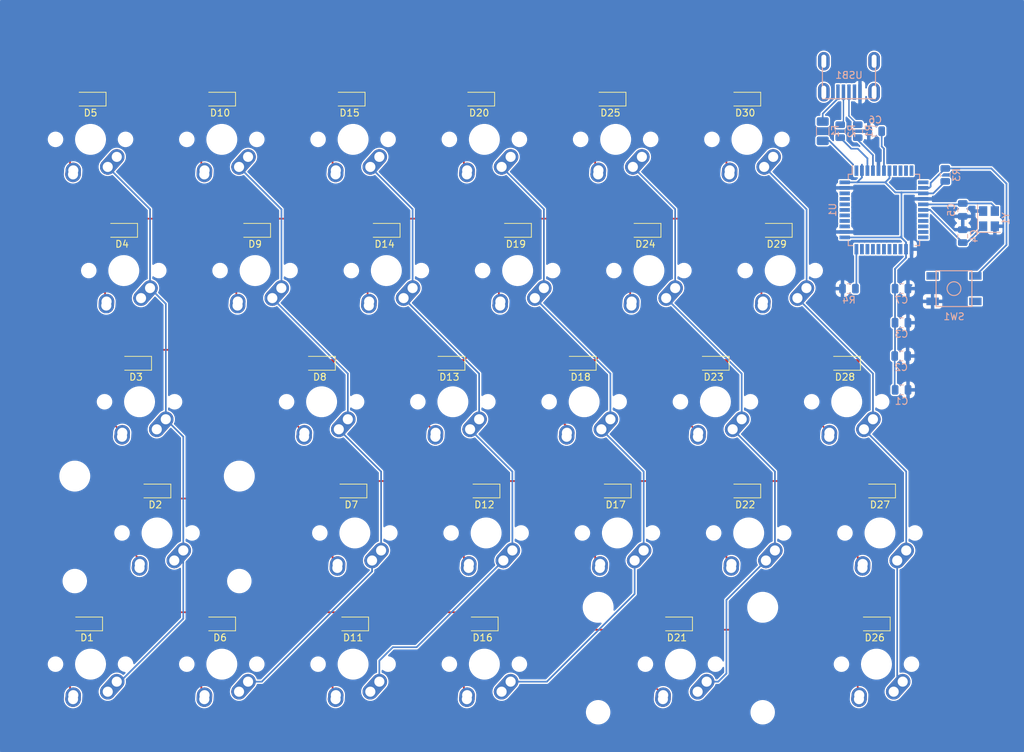
<source format=kicad_pcb>
(kicad_pcb (version 20211014) (generator pcbnew)
  (layers (0 "F.Cu" signal) (31 "B.Cu" signal) (34 "B.Paste" user) (35 "F.Paste" user) (36 "B.SilkS" user "B.Silkscreen") (37 "F.SilkS" user "F.Silkscreen") (38 "B.Mask" user) (39 "F.Mask" user) (44 "Edge.Cuts" user))
  (net 0 "")
  (net 1 "GND")
  (net 2 "+5V")
  (net 3 "Net-(C4-Pad1)")
  (net 4 "Net-(C5-Pad1)")
  (net 5 "Net-(C6-Pad1)")
  (net 6 "Net-(D1-Pad2)")
  (net 7 "ROW4")
  (net 8 "Net-(D2-Pad2)")
  (net 9 "ROW3")
  (net 10 "Net-(D3-Pad2)")
  (net 11 "ROW2")
  (net 12 "Net-(D4-Pad2)")
  (net 13 "ROW1")
  (net 14 "Net-(D5-Pad2)")
  (net 15 "ROW0")
  (net 16 "Net-(D6-Pad2)")
  (net 17 "Net-(D7-Pad2)")
  (net 18 "Net-(D8-Pad2)")
  (net 19 "Net-(D9-Pad2)")
  (net 20 "Net-(D10-Pad2)")
  (net 21 "Net-(D11-Pad2)")
  (net 22 "Net-(D12-Pad2)")
  (net 23 "Net-(D13-Pad2)")
  (net 24 "Net-(D14-Pad2)")
  (net 25 "Net-(D15-Pad2)")
  (net 26 "Net-(D16-Pad2)")
  (net 27 "Net-(D17-Pad2)")
  (net 28 "Net-(D18-Pad2)")
  (net 29 "Net-(D19-Pad2)")
  (net 30 "Net-(D20-Pad2)")
  (net 31 "Net-(D21-Pad2)")
  (net 32 "Net-(D22-Pad2)")
  (net 33 "Net-(D23-Pad2)")
  (net 34 "Net-(D24-Pad2)")
  (net 35 "Net-(D25-Pad2)")
  (net 36 "Net-(D26-Pad2)")
  (net 37 "Net-(D27-Pad2)")
  (net 38 "Net-(D28-Pad2)")
  (net 39 "Net-(D29-Pad2)")
  (net 40 "Net-(D30-Pad2)")
  (net 41 "VCC")
  (net 42 "COL0")
  (net 43 "COL1")
  (net 44 "COL2")
  (net 45 "COL3")
  (net 46 "COL4")
  (net 47 "COL5")
  (net 48 "D+")
  (net 49 "Net-(R1-Pad1)")
  (net 50 "D-")
  (net 51 "Net-(R2-Pad1)")
  (net 52 "Net-(R3-Pad2)")
  (net 53 "Net-(R4-Pad2)")
  (net 54 "Net-(U1-Pad42)")
  (net 55 "Net-(U1-Pad41)")
  (net 56 "Net-(U1-Pad40)")
  (net 57 "Net-(U1-Pad39)")
  (net 58 "Net-(U1-Pad38)")
  (net 59 "Net-(U1-Pad37)")
  (net 60 "Net-(U1-Pad36)")
  (net 61 "Net-(U1-Pad32)")
  (net 62 "Net-(U1-Pad31)")
  (net 63 "Net-(U1-Pad30)")
  (net 64 "Net-(U1-Pad27)")
  (net 65 "Net-(U1-Pad26)")
  (net 66 "Net-(U1-Pad22)")
  (net 67 "Net-(U1-Pad12)")
  (net 68 "Net-(U1-Pad1)")
  (net 69 "Net-(USB1-Pad6)")
  (net 70 "Net-(USB1-Pad2)")
  (net 71 "Net-(U1-Pad25)")
  (net 72 "Net-(U1-Pad29)")
  (net 73 "Net-(U1-Pad28)")
  (net 74 "Net-(U1-Pad11)")
  (net 75 "Net-(U1-Pad10)")
  (net 76 "Net-(U1-Pad9)")
  (net 77 "Net-(U1-Pad8)")
  (net 78 "Net-(U1-Pad21)")
  (net 79 "Net-(U1-Pad20)")
  (net 80 "Net-(U1-Pad19)")
  (net 81 "Net-(U1-Pad18)")
  (footprint "Diode_SMD:D_SOD-123" (layer "F.Cu") (at 30.408 170.606 180)
    (fp_text reference "D1")
    (fp_text value "D_Small")
  )
  (footprint "Diode_SMD:D_SOD-123" (layer "F.Cu") (at 40.314 151.302 180)
    (fp_text reference "D2")
    (fp_text value "D_Small")
  )
  (footprint "Diode_SMD:D_SOD-123" (layer "F.Cu") (at 37.52 132.76 180)
    (fp_text reference "D3")
    (fp_text value "D_Small")
  )
  (footprint "Diode_SMD:D_SOD-123" (layer "F.Cu") (at 35.488 113.456 180)
    (fp_text reference "D4")
    (fp_text value "D_Small")
  )
  (footprint "Diode_SMD:D_SOD-123" (layer "F.Cu") (at 30.916 94.406 180)
    (fp_text reference "D5")
    (fp_text value "D_Small")
  )
  (footprint "Diode_SMD:D_SOD-123" (layer "F.Cu") (at 49.712 170.606 180)
    (fp_text reference "D6")
    (fp_text value "D_Small")
  )
  (footprint "Diode_SMD:D_SOD-123" (layer "F.Cu") (at 68.762 151.302 180)
    (fp_text reference "D7")
    (fp_text value "D_Small")
  )
  (footprint "Diode_SMD:D_SOD-123" (layer "F.Cu") (at 64.19 132.76 180)
    (fp_text reference "D8")
    (fp_text value "D_Small")
  )
  (footprint "Diode_SMD:D_SOD-123" (layer "F.Cu") (at 54.792 113.456 180)
    (fp_text reference "D9")
    (fp_text value "D_Small")
  )
  (footprint "Diode_SMD:D_SOD-123" (layer "F.Cu") (at 49.712 94.406 180)
    (fp_text reference "D10")
    (fp_text value "D_Small")
  )
  (footprint "Diode_SMD:D_SOD-123" (layer "F.Cu") (at 69.016 170.606 180)
    (fp_text reference "D11")
    (fp_text value "D_Small")
  )
  (footprint "Diode_SMD:D_SOD-123" (layer "F.Cu") (at 82.986 132.76 180)
    (fp_text reference "D13")
    (fp_text value "D_Small")
  )
  (footprint "Diode_SMD:D_SOD-123" (layer "F.Cu") (at 73.588 113.456 180)
    (fp_text reference "D14")
    (fp_text value "D_Small")
  )
  (footprint "Diode_SMD:D_SOD-123" (layer "F.Cu") (at 68.508 94.406 180)
    (fp_text reference "D15")
    (fp_text value "D_Small")
  )
  (footprint "Diode_SMD:D_SOD-123" (layer "F.Cu") (at 87.812 170.606 180)
    (fp_text reference "D16")
    (fp_text value "D_Small")
  )
  (footprint "Diode_SMD:D_SOD-123" (layer "F.Cu") (at 107.116 151.302 180)
    (fp_text reference "D17")
    (fp_text value "D_Small")
  )
  (footprint "Diode_SMD:D_SOD-123" (layer "F.Cu") (at 102.036 132.76 180)
    (fp_text reference "D18")
    (fp_text value "D_Small")
  )
  (footprint "Diode_SMD:D_SOD-123" (layer "F.Cu") (at 92.638 113.456 180)
    (fp_text reference "D19")
    (fp_text value "D_Small")
  )
  (footprint "Diode_SMD:D_SOD-123" (layer "F.Cu") (at 87.304 94.406 180)
    (fp_text reference "D20")
    (fp_text value "D_Small")
  )
  (footprint "Diode_SMD:D_SOD-123" (layer "F.Cu") (at 116.006 170.606 180)
    (fp_text reference "D21")
    (fp_text value "D_Small")
  )
  (footprint "Diode_SMD:D_SOD-123" (layer "F.Cu") (at 121.34 132.76 180)
    (fp_text reference "D23")
    (fp_text value "D_Small")
  )
  (footprint "Diode_SMD:D_SOD-123" (layer "F.Cu") (at 111.434 113.456 180)
    (fp_text reference "D24")
    (fp_text value "D_Small")
  )
  (footprint "Diode_SMD:D_SOD-123" (layer "F.Cu") (at 106.354 94.406 180)
    (fp_text reference "D25")
    (fp_text value "D_Small")
  )
  (footprint "Diode_SMD:D_SOD-123" (layer "F.Cu") (at 144.708 170.606 180)
    (fp_text reference "D26")
    (fp_text value "D_Small")
  )
  (footprint "Diode_SMD:D_SOD-123" (layer "F.Cu") (at 145.47 151.302 180)
    (fp_text reference "D27")
    (fp_text value "D_Small")
  )
  (footprint "Diode_SMD:D_SOD-123" (layer "F.Cu") (at 140.39 132.76 180)
    (fp_text reference "D28")
    (fp_text value "D_Small")
  )
  (footprint "Diode_SMD:D_SOD-123" (layer "F.Cu") (at 130.484 113.456 180)
    (fp_text reference "D29")
    (fp_text value "D_Small")
  )
  (footprint "Diode_SMD:D_SOD-123" (layer "F.Cu") (at 125.912 94.406 180)
    (fp_text reference "D30")
    (fp_text value "D_Small")
  )
  (footprint "MX_Alps_Hybrid_Included:MX-1U-NoLED" (layer "F.Cu") (at 30.916 176.448 180)
    (fp_text reference "MX1")
    (fp_text value "MX-NoLED")
  )
  (footprint "MX_Alps_Hybrid_Included:MX-2U-NoLED" (layer "F.Cu") (at 40.568 157.398 180)
    (fp_text reference "MX2")
    (fp_text value "MX-NoLED")
  )
  (footprint "MX_Alps_Hybrid_Included:MX-1.75U-NoLED" (layer "F.Cu") (at 38.028 138.348 180)
    (fp_text reference "MX3")
    (fp_text value "MX-NoLED")
  )
  (footprint "MX_Alps_Hybrid_Included:MX-1.5U-NoLED" (layer "F.Cu") (at 35.742 119.298 180)
    (fp_text reference "MX4")
    (fp_text value "MX-NoLED")
  )
  (footprint "MX_Alps_Hybrid_Included:MX-1U-NoLED" (layer "F.Cu") (at 30.916 100.248 180)
    (fp_text reference "MX5")
    (fp_text value "MX-NoLED")
  )
  (footprint "MX_Alps_Hybrid_Included:MX-1U-NoLED" (layer "F.Cu") (at 49.966 176.448 180)
    (fp_text reference "MX6")
    (fp_text value "MX-NoLED")
  )
  (footprint "MX_Alps_Hybrid_Included:MX-1U-NoLED" (layer "F.Cu") (at 69.27 157.398 180)
    (fp_text reference "MX7")
    (fp_text value "MX-NoLED")
  )
  (footprint "MX_Alps_Hybrid_Included:MX-1U-NoLED" (layer "F.Cu") (at 64.444 138.348 180)
    (fp_text reference "MX8")
    (fp_text value "MX-NoLED")
  )
  (footprint "MX_Alps_Hybrid_Included:MX-1U-NoLED" (layer "F.Cu") (at 54.792 119.298 180)
    (fp_text reference "MX9")
    (fp_text value "MX-NoLED")
  )
  (footprint "MX_Alps_Hybrid_Included:MX-1U-NoLED" (layer "F.Cu") (at 49.966 100.248 180)
    (fp_text reference "MX10")
    (fp_text value "MX-NoLED")
  )
  (footprint "MX_Alps_Hybrid_Included:MX-1U-NoLED" (layer "F.Cu") (at 69.016 176.448 180)
    (fp_text reference "MX11")
    (fp_text value "MX-NoLED")
  )
  (footprint "MX_Alps_Hybrid_Included:MX-1U-NoLED" (layer "F.Cu") (at 88.32 157.398 180)
    (fp_text reference "MX12")
    (fp_text value "MX-NoLED")
  )
  (footprint "MX_Alps_Hybrid_Included:MX-1U-NoLED" (layer "F.Cu") (at 83.494 138.348 180)
    (fp_text reference "MX13")
    (fp_text value "MX-NoLED")
  )
  (footprint "MX_Alps_Hybrid_Included:MX-1U-NoLED" (layer "F.Cu") (at 73.842 119.298 180)
    (fp_text reference "MX14")
    (fp_text value "MX-NoLED")
  )
  (footprint "MX_Alps_Hybrid_Included:MX-1U-NoLED" (layer "F.Cu") (at 69.016 100.248 180)
    (fp_text reference "MX15")
    (fp_text value "MX-NoLED")
  )
  (footprint "MX_Alps_Hybrid_Included:MX-1U-NoLED" (layer "F.Cu") (at 88.066 176.448 180)
    (fp_text reference "MX16")
    (fp_text value "MX-NoLED")
  )
  (footprint "MX_Alps_Hybrid_Included:MX-1U-NoLED" (layer "F.Cu") (at 107.37 157.398 180)
    (fp_text reference "MX17")
    (fp_text value "MX-NoLED")
  )
  (footprint "MX_Alps_Hybrid_Included:MX-1U-NoLED" (layer "F.Cu") (at 102.544 138.348 180)
    (fp_text reference "MX18")
    (fp_text value "MX-NoLED")
  )
  (footprint "MX_Alps_Hybrid_Included:MX-1U-NoLED" (layer "F.Cu") (at 92.892 119.298 180)
    (fp_text reference "MX19")
    (fp_text value "MX-NoLED")
  )
  (footprint "MX_Alps_Hybrid_Included:MX-1U-NoLED" (layer "F.Cu") (at 88.066 100.248 180)
    (fp_text reference "MX20")
    (fp_text value "MX-NoLED")
  )
  (footprint "MX_Alps_Hybrid_Included:MX-2U-NoLED" (layer "F.Cu") (at 116.514 176.448 180)
    (fp_text reference "MX21")
    (fp_text value "MX-NoLED")
  )
  (footprint "MX_Alps_Hybrid_Included:MX-1U-NoLED" (layer "F.Cu") (at 126.42 157.398 180)
    (fp_text reference "MX22")
    (fp_text value "MX-NoLED")
  )
  (footprint "MX_Alps_Hybrid_Included:MX-1U-NoLED" (layer "F.Cu") (at 121.594 138.348 180)
    (fp_text reference "MX23")
    (fp_text value "MX-NoLED")
  )
  (footprint "MX_Alps_Hybrid_Included:MX-1U-NoLED" (layer "F.Cu") (at 111.942 119.298 180)
    (fp_text reference "MX24")
    (fp_text value "MX-NoLED")
  )
  (footprint "MX_Alps_Hybrid_Included:MX-1U-NoLED" (layer "F.Cu") (at 107.116 100.248 180)
    (fp_text reference "MX25")
    (fp_text value "MX-NoLED")
  )
  (footprint "MX_Alps_Hybrid_Included:MX-1U-NoLED" (layer "F.Cu") (at 144.962 176.448 180)
    (fp_text reference "MX26")
    (fp_text value "MX-NoLED")
  )
  (footprint "MX_Alps_Hybrid_Included:MX-1U-NoLED" (layer "F.Cu") (at 145.47 157.398 180)
    (fp_text reference "MX27")
    (fp_text value "MX-NoLED")
  )
  (footprint "MX_Alps_Hybrid_Included:MX-1U-NoLED" (layer "F.Cu") (at 140.644 138.348 180)
    (fp_text reference "MX28")
    (fp_text value "MX-NoLED")
  )
  (footprint "MX_Alps_Hybrid_Included:MX-1U-NoLED" (layer "F.Cu") (at 130.992 119.298 180)
    (fp_text reference "MX29")
    (fp_text value "MX-NoLED")
  )
  (footprint "MX_Alps_Hybrid_Included:MX-1U-NoLED" (layer "F.Cu") (at 126.166 100.248 180)
    (fp_text reference "MX30")
    (fp_text value "MX-NoLED")
  )
  (footprint "Diode_SMD:D_SOD-123" (layer "F.Cu") (at 125.912 151.302 180)
    (fp_text reference "D22")
    (fp_text value "D_Small")
  )
  (footprint "Diode_SMD:D_SOD-123" (layer "F.Cu") (at 88.066 151.302 180)
    (fp_text reference "D12")
    (fp_text value "D_Small")
  )
  (footprint "Capacitor_SMD:C_0805_2012Metric" (layer "B.Cu") (at 148.605 136.62025)
    (fp_text reference "C1")
    (fp_text value "0.1uF")
  )
  (footprint "Capacitor_SMD:C_0805_2012Metric" (layer "B.Cu") (at 148.5415 131.699)
    (fp_text reference "C2")
    (fp_text value "0.1uF")
  )
  (footprint "Capacitor_SMD:C_0805_2012Metric" (layer "B.Cu") (at 148.59 126.873)
    (fp_text reference "C3")
    (fp_text value "0.1uF")
  )
  (footprint "Capacitor_SMD:C_0805_2012Metric" (layer "B.Cu") (at 157.48 114.3 90)
    (fp_text reference "C4")
    (fp_text value "22pF")
  )
  (footprint "Capacitor_SMD:C_0805_2012Metric" (layer "B.Cu") (at 157.48 110.49 -90)
    (fp_text reference "C5")
    (fp_text value "22pF")
  )
  (footprint "Capacitor_SMD:C_0805_2012Metric" (layer "B.Cu") (at 144.78 99.06 180)
    (fp_text reference "C6")
    (fp_text value "1uF")
  )
  (footprint "Capacitor_SMD:C_0805_2012Metric" (layer "B.Cu") (at 148.59 121.92)
    (fp_text reference "C7")
    (fp_text value "10uF")
  )
  (footprint "Fuse:Fuse_1206_3216Metric" (layer "B.Cu") (at 137.16 99.06 90)
    (fp_text reference "F1")
    (fp_text value "500mA")
  )
  (footprint "Resistor_SMD:R_0805_2012Metric" (layer "B.Cu") (at 154.94 105.41 90)
    (fp_text reference "R3")
    (fp_text value "10k")
  )
  (footprint "Resistor_SMD:R_0805_2012Metric" (layer "B.Cu") (at 140.97 121.92)
    (fp_text reference "R4")
    (fp_text value "10k")
  )
  (footprint "random-keyboard-parts:SKQG-1155865" (layer "B.Cu") (at 156.21 121.92 180)
    (fp_text reference "SW1")
    (fp_text value "SW_Push")
  )
  (footprint "random-keyboard-parts:Molex-0548190589" (layer "B.Cu") (at 140.97 88.9 -90)
    (fp_text reference "USB1")
    (fp_text value "Molex-0548190589")
  )
  (footprint "Crystal:Crystal_SMD_3225-4Pin_3.2x2.5mm" (layer "B.Cu") (at 161.29 111.76 90)
    (fp_text reference "Y1")
    (fp_text value "16MHz")
  )
  (footprint "Package_QFP:TQFP-44_10x10mm_P0.8mm" (layer "B.Cu") (at 146.05 110.49 -90)
    (fp_text reference "U1")
    (fp_text value "ATmega32U4-AU")
  )
  (footprint "Resistor_SMD:R_0805_2012Metric" (layer "B.Cu") (at 142.24 99.06 90)
    (fp_text reference "R1")
    (fp_text value "22")
  )
  (footprint "Resistor_SMD:R_0805_2012Metric" (layer "B.Cu") (at 139.7 99.06 90)
    (fp_text reference "R2")
    (fp_text value "22")
  )
  (segment (start 149.5275 121.92) (end 150.05 121.3975) (width 0.25) (layer "B.Cu") (net 1))
  (segment (start 149.5275 131.6505) (end 149.479 131.699) (width 0.25) (layer "B.Cu") (net 1))
  (segment (start 149.479 136.55675) (end 149.5425 136.62025) (width 0.25) (layer "B.Cu") (net 1))
  (segment (start 150.24 118.11) (end 150.05 117.92) (width 0.25) (layer "B.Cu") (net 1))
  (segment (start 139.475 113.69) (end 140.35 113.69) (width 0.25) (layer "B.Cu") (net 1))
  (segment (start 146.85 105.88) (end 146.85 104.79) (width 0.25) (layer "B.Cu") (net 2))
  (segment (start 147.6525 126.873) (end 147.6525 131.6505) (width 0.25) (layer "B.Cu") (net 2))
  (segment (start 147.7 107.95) (end 148.59 107.95) (width 0.25) (layer "B.Cu") (net 2))
  (segment (start 149.25 115.19) (end 148.59 114.53) (width 0.25) (layer "B.Cu") (net 2))
  (segment (start 146.24 106.49) (end 147.7 107.95) (width 0.25) (layer "B.Cu") (net 2))
  (segment (start 140.35 114.49) (end 148.4 114.49) (width 0.25) (layer "B.Cu") (net 2))
  (segment (start 147.604 131.699) (end 147.604 136.55675) (width 0.25) (layer "B.Cu") (net 2))
  (segment (start 137.16 100.46) (end 138.125 100.46) (width 0.25) (layer "B.Cu") (net 2))
  (segment (start 148.59 107.95) (end 151.13 107.95) (width 0.25) (layer "B.Cu") (net 2))
  (segment (start 147.6525 121.92) (end 147.6525 126.873) (width 0.25) (layer "B.Cu") (net 2))
  (segment (start 148.59 114.3) (end 148.59 107.95) (width 0.25) (layer "B.Cu") (net 2))
  (segment (start 142.85 105.79) (end 142.15 106.49) (width 0.25) (layer "B.Cu") (net 2))
  (segment (start 142.15 106.49) (end 140.35 106.49) (width 0.25) (layer "B.Cu") (net 2))
  (segment (start 147.6525 121.92) (end 147.6525 119.0475) (width 0.25) (layer "B.Cu") (net 2))
  (segment (start 138.125 100.46) (end 141.58 103.915) (width 0.25) (layer "B.Cu") (net 2))
  (segment (start 147.6525 119.0475) (end 149.25 117.45) (width 0.25) (layer "B.Cu") (net 2))
  (segment (start 148.59 114.53) (end 148.59 114.3) (width 0.25) (layer "B.Cu") (net 2))
  (segment (start 147.604 136.55675) (end 147.6675 136.62025) (width 0.25) (layer "B.Cu") (net 2))
  (segment (start 149.25 116.19) (end 149.25 115.19) (width 0.25) (layer "B.Cu") (net 2))
  (segment (start 142.85 104.79) (end 142.85 105.79) (width 0.25) (layer "B.Cu") (net 2))
  (segment (start 154.94 106.3475) (end 153.1975 108.09) (width 0.25) (layer "B.Cu") (net 2))
  (segment (start 147.6525 131.6505) (end 147.604 131.699) (width 0.25) (layer "B.Cu") (net 2))
  (segment (start 142.85 103.915) (end 142.85 104.79) (width 0.25) (layer "B.Cu") (net 2))
  (segment (start 146.24 106.49) (end 146.85 105.88) (width 0.25) (layer "B.Cu") (net 2))
  (segment (start 142.15 106.49) (end 146.24 106.49) (width 0.25) (layer "B.Cu") (net 2))
  (segment (start 148.4 114.49) (end 148.59 114.3) (width 0.25) (layer "B.Cu") (net 2))
  (segment (start 153.1975 108.09) (end 151.75 108.09) (width 0.25) (layer "B.Cu") (net 2))
  (segment (start 149.25 117.45) (end 149.25 116.19) (width 0.25) (layer "B.Cu") (net 2))
  (segment (start 158.0625 115.2375) (end 160.44 112.86) (width 0.25) (layer "B.Cu") (net 3))
  (segment (start 157.48 115.2375) (end 158.0625 115.2375) (width 0.25) (layer "B.Cu") (net 3))
  (segment (start 157.48 115.2375) (end 152.7325 110.49) (width 0.25) (layer "B.Cu") (net 3))
  (segment (start 152.7325 110.49) (end 151.75 110.49) (width 0.25) (layer "B.Cu") (net 3))
  (segment (start 157.48 109.5525) (end 157.3425 109.69) (width 0.25) (layer "B.Cu") (net 4))
  (segment (start 162.14 110.66) (end 162.14 110.07) (width 0.25) (layer "B.Cu") (net 4))
  (segment (start 161.6225 109.5525) (end 157.48 109.5525) (width 0.25) (layer "B.Cu") (net 4))
  (segment (start 157.3425 109.69) (end 151.75 109.69) (width 0.25) (layer "B.Cu") (net 4))
  (segment (start 157.8125 109.22) (end 157.48 109.5525) (width 0.25) (layer "B.Cu") (net 4))
  (segment (start 162.14 110.07) (end 161.6225 109.5525) (width 0.25) (layer "B.Cu") (net 4))
  (segment (start 145.7175 99.06) (end 145.7175 101.2675) (width 0.25) (layer "B.Cu") (net 5))
  (segment (start 145.7175 101.2675) (end 146.05 101.6) (width 0.25) (layer "B.Cu") (net 5))
  (segment (start 146.05 101.6) (end 146.05 104.79) (width 0.25) (layer "B.Cu") (net 5))
  (segment (start 27.94 180.472) (end 28.416 180.948) (width 0.25) (layer "F.Cu") (net 6))
  (segment (start 28.758 170.606) (end 27.94 171.424) (width 0.25) (layer "F.Cu") (net 6))
  (segment (start 27.94 171.424) (end 27.94 180.472) (width 0.25) (layer "F.Cu") (net 6))
  (segment (start 118.5 171.45) (end 135.89 171.45) (width 0.25) (layer "F.Cu") (net 7))
  (segment (start 33.754 168.91) (end 49.666 168.91) (width 0.25) (layer "F.Cu") (net 7))
  (segment (start 135.89 171.45) (end 138.43 168.91) (width 0.25) (layer "F.Cu") (net 7))
  (segment (start 144.662 168.91) (end 146.358 170.606) (width 0.25) (layer "F.Cu") (net 7))
  (segment (start 110.516 171.45) (end 113.056 168.91) (width 0.25) (layer "F.Cu") (net 7))
  (segment (start 138.43 168.91) (end 144.662 168.91) (width 0.25) (layer "F.Cu") (net 7))
  (segment (start 70.666 170.606) (end 72.362 168.91) (width 0.25) (layer "F.Cu") (net 7))
  (segment (start 68.97 168.91) (end 70.666 170.606) (width 0.25) (layer "F.Cu") (net 7))
  (segment (start 115.96 168.91) (end 117.656 170.606) (width 0.25) (layer "F.Cu") (net 7))
  (segment (start 87.766 168.91) (end 89.462 170.606) (width 0.25) (layer "F.Cu") (net 7))
  (segment (start 51.362 170.606) (end 53.058 168.91) (width 0.25) (layer "F.Cu") (net 7))
  (segment (start 89.462 170.606) (end 90.306 171.45) (width 0.25) (layer "F.Cu") (net 7))
  (segment (start 53.058 168.91) (end 68.97 168.91) (width 0.25) (layer "F.Cu") (net 7))
  (segment (start 72.362 168.91) (end 87.766 168.91) (width 0.25) (layer "F.Cu") (net 7))
  (segment (start 49.666 168.91) (end 51.362 170.606) (width 0.25) (layer "F.Cu") (net 7))
  (segment (start 90.306 171.45) (end 110.516 171.45) (width 0.25) (layer "F.Cu") (net 7))
  (segment (start 117.656 170.606) (end 118.5 171.45) (width 0.25) (layer "F.Cu") (net 7))
  (segment (start 113.056 168.91) (end 115.96 168.91) (width 0.25) (layer "F.Cu") (net 7))
  (segment (start 32.058 170.606) (end 33.754 168.91) (width 0.25) (layer "F.Cu") (net 7))
  (segment (start 36.83 160.02) (end 38.1 161.29) (width 0.25) (layer "F.Cu") (net 8))
  (segment (start 36.83 153.136) (end 36.83 160.02) (width 0.25) (layer "F.Cu") (net 8))
  (segment (start 38.664 151.302) (end 36.83 153.136) (width 0.25) (layer "F.Cu") (net 8))
  (segment (start 54.61 152.4) (end 43.062 152.4) (width 0.25) (layer "F.Cu") (net 9))
  (segment (start 91.158 149.86) (end 89.716 151.302) (width 0.25) (layer "F.Cu") (net 9))
  (segment (start 68.97 149.86) (end 57.15 149.86) (width 0.25) (layer "F.Cu") (net 9))
  (segment (start 57.15 149.86) (end 54.61 152.4) (width 0.25) (layer "F.Cu") (net 9))
  (segment (start 145.678 149.86) (end 129.004 149.86) (width 0.25) (layer "F.Cu") (net 9))
  (segment (start 71.854 149.86) (end 70.412 151.302) (width 0.25) (layer "F.Cu") (net 9))
  (segment (start 70.412 151.302) (end 68.97 149.86) (width 0.25) (layer "F.Cu") (net 9))
  (segment (start 88.274 149.86) (end 71.854 149.86) (width 0.25) (layer "F.Cu") (net 9))
  (segment (start 107.324 149.86) (end 91.158 149.86) (width 0.25) (layer "F.Cu") (net 9))
  (segment (start 110.208 149.86) (end 108.766 151.302) (width 0.25) (layer "F.Cu") (net 9))
  (segment (start 129.004 149.86) (end 127.562 151.302) (width 0.25) (layer "F.Cu") (net 9))
  (segment (start 89.716 151.302) (end 88.274 149.86) (width 0.25) (layer "F.Cu") (net 9))
  (segment (start 147.12 151.302) (end 145.678 149.86) (width 0.25) (layer "F.Cu") (net 9))
  (segment (start 127.562 151.302) (end 126.12 149.86) (width 0.25) (layer "F.Cu") (net 9))
  (segment (start 108.766 151.302) (end 107.324 149.86) (width 0.25) (layer "F.Cu") (net 9))
  (segment (start 43.062 152.4) (end 41.964 151.302) (width 0.25) (layer "F.Cu") (net 9))
  (segment (start 126.12 149.86) (end 110.208 149.86) (width 0.25) (layer "F.Cu") (net 9))
  (segment (start 34.29 141.61) (end 35.528 142.848) (width 0.25) (layer "F.Cu") (net 10))
  (segment (start 35.87 132.76) (end 34.29 134.34) (width 0.25) (layer "F.Cu") (net 10))
  (segment (start 34.29 134.34) (end 34.29 141.61) (width 0.25) (layer "F.Cu") (net 10))
  (segment (start 140.09 130.81) (end 124.94 130.81) (width 0.25) (layer "F.Cu") (net 11))
  (segment (start 142.04 132.76) (end 140.09 130.81) (width 0.25) (layer "F.Cu") (net 11))
  (segment (start 84.636 132.76) (end 82.686 130.81) (width 0.25) (layer "F.Cu") (net 11))
  (segment (start 82.686 130.81) (end 67.79 130.81) (width 0.25) (layer "F.Cu") (net 11))
  (segment (start 41.12 130.81) (end 39.17 132.76) (width 0.25) (layer "F.Cu") (net 11))
  (segment (start 105.636 130.81) (end 103.686 132.76) (width 0.25) (layer "F.Cu") (net 11))
  (segment (start 86.586 130.81) (end 84.636 132.76) (width 0.25) (layer "F.Cu") (net 11))
  (segment (start 124.94 130.81) (end 122.99 132.76) (width 0.25) (layer "F.Cu") (net 11))
  (segment (start 65.84 132.76) (end 63.89 130.81) (width 0.25) (layer "F.Cu") (net 11))
  (segment (start 121.04 130.81) (end 105.636 130.81) (width 0.25) (layer "F.Cu") (net 11))
  (segment (start 103.686 132.76) (end 101.736 130.81) (width 0.25) (layer "F.Cu") (net 11))
  (segment (start 63.89 130.81) (end 41.12 130.81) (width 0.25) (layer "F.Cu") (net 11))
  (segment (start 122.99 132.76) (end 121.04 130.81) (width 0.25) (layer "F.Cu") (net 11))
  (segment (start 101.736 130.81) (end 86.586 130.81) (width 0.25) (layer "F.Cu") (net 11))
  (segment (start 67.79 130.81) (end 65.84 132.76) (width 0.25) (layer "F.Cu") (net 11))
  (segment (start 33.838 113.456) (end 33.02 114.274) (width 0.25) (layer "F.Cu") (net 12))
  (segment (start 33.02 114.274) (end 33.02 123.19) (width 0.25) (layer "F.Cu") (net 12))
  (segment (start 73.542 111.76) (end 58.138 111.76) (width 0.25) (layer "F.Cu") (net 13))
  (segment (start 114.78 111.76) (end 113.084 113.456) (width 0.25) (layer "F.Cu") (net 13))
  (segment (start 132.134 113.456) (end 130.438 111.76) (width 0.25) (layer "F.Cu") (net 13))
  (segment (start 130.438 111.76) (end 114.78 111.76) (width 0.25) (layer "F.Cu") (net 13))
  (segment (start 38.834 111.76) (end 37.138 113.456) (width 0.25) (layer "F.Cu") (net 13))
  (segment (start 54.746 111.76) (end 38.834 111.76) (width 0.25) (layer "F.Cu") (net 13))
  (segment (start 56.442 113.456) (end 54.746 111.76) (width 0.25) (layer "F.Cu") (net 13))
  (segment (start 113.084 113.456) (end 111.388 111.76) (width 0.25) (layer "F.Cu") (net 13))
  (segment (start 75.238 113.456) (end 73.542 111.76) (width 0.25) (layer "F.Cu") (net 13))
  (segment (start 58.138 111.76) (end 56.442 113.456) (width 0.25) (layer "F.Cu") (net 13))
  (segment (start 92.592 111.76) (end 76.934 111.76) (width 0.25) (layer "F.Cu") (net 13))
  (segment (start 94.288 113.456) (end 92.592 111.76) (width 0.25) (layer "F.Cu") (net 13))
  (segment (start 95.984 111.76) (end 94.288 113.456) (width 0.25) (layer "F.Cu") (net 13))
  (segment (start 111.388 111.76) (end 95.984 111.76) (width 0.25) (layer "F.Cu") (net 13))
  (segment (start 76.934 111.76) (end 75.238 113.456) (width 0.25) (layer "F.Cu") (net 13))
  (segment (start 27.94 96.52) (end 27.94 104.14) (width 0.25) (layer "F.Cu") (net 14))
  (segment (start 29.266 94.406) (end 29.266 95.194) (width 0.25) (layer "F.Cu") (net 14))
  (segment (start 29.266 95.194) (end 29.21 95.25) (width 0.25) (layer "F.Cu") (net 14))
  (segment (start 29.21 95.25) (end 27.94 96.52) (width 0.25) (layer "F.Cu") (net 14))
  (segment (start 106.308 92.71) (end 90.65 92.71) (width 0.25) (layer "F.Cu") (net 15))
  (segment (start 88.954 94.406) (end 87.258 92.71) (width 0.25) (layer "F.Cu") (net 15))
  (segment (start 125.866 92.71) (end 109.7 92.71) (width 0.25) (layer "F.Cu") (net 15))
  (segment (start 71.854 92.71) (end 70.158 94.406) (width 0.25) (layer "F.Cu") (net 15))
  (segment (start 70.158 94.406) (end 68.462 92.71) (width 0.25) (layer "F.Cu") (net 15))
  (segment (start 90.65 92.71) (end 88.954 94.406) (width 0.25) (layer "F.Cu") (net 15))
  (segment (start 51.362 94.406) (end 49.666 92.71) (width 0.25) (layer "F.Cu") (net 15))
  (segment (start 127.562 94.406) (end 125.866 92.71) (width 0.25) (layer "F.Cu") (net 15))
  (segment (start 34.262 92.71) (end 32.566 94.406) (width 0.25) (layer "F.Cu") (net 15))
  (segment (start 49.666 92.71) (end 34.262 92.71) (width 0.25) (layer "F.Cu") (net 15))
  (segment (start 87.258 92.71) (end 71.854 92.71) (width 0.25) (layer "F.Cu") (net 15))
  (segment (start 53.058 92.71) (end 51.362 94.406) (width 0.25) (layer "F.Cu") (net 15))
  (segment (start 109.7 92.71) (end 108.004 94.406) (width 0.25) (layer "F.Cu") (net 15))
  (segment (start 108.004 94.406) (end 106.308 92.71) (width 0.25) (layer "F.Cu") (net 15))
  (segment (start 68.462 92.71) (end 53.058 92.71) (width 0.25) (layer "F.Cu") (net 15))
  (segment (start 46.99 171.678) (end 46.99 180.472) (width 0.25) (layer "F.Cu") (net 16))
  (segment (start 46.99 180.472) (end 47.466 180.948) (width 0.25) (layer "F.Cu") (net 16))
  (segment (start 48.062 170.606) (end 46.99 171.678) (width 0.25) (layer "F.Cu") (net 16))
  (segment (start 66.04 161.168) (end 66.77 161.898) (width 0.25) (layer "F.Cu") (net 17))
  (segment (start 67.112 151.302) (end 66.04 152.374) (width 0.25) (layer "F.Cu") (net 17))
  (segment (start 66.04 152.374) (end 66.04 161.168) (width 0.25) (layer "F.Cu") (net 17))
  (segment (start 60.96 141.864) (end 61.944 142.848) (width 0.25) (layer "F.Cu") (net 18))
  (segment (start 62.54 132.76) (end 60.96 134.34) (width 0.25) (layer "F.Cu") (net 18))
  (segment (start 60.96 134.34) (end 60.96 141.864) (width 0.25) (layer "F.Cu") (net 18))
  (segment (start 53.142 113.456) (end 52.07 114.528) (width 0.25) (layer "F.Cu") (net 19))
  (segment (start 52.07 114.528) (end 52.07 123.19) (width 0.25) (layer "F.Cu") (net 19))
  (segment (start 48.062 94.406) (end 46.99 95.478) (width 0.25) (layer "F.Cu") (net 20))
  (segment (start 46.99 95.478) (end 46.99 104.14) (width 0.25) (layer "F.Cu") (net 20))
  (segment (start 66.04 180.472) (end 66.516 180.948) (width 0.25) (layer "F.Cu") (net 21))
  (segment (start 67.366 170.606) (end 66.04 171.932) (width 0.25) (layer "F.Cu") (net 21))
  (segment (start 66.04 171.932) (end 66.04 180.472) (width 0.25) (layer "F.Cu") (net 21))
  (segment (start 85.09 161.168) (end 85.82 161.898) (width 0.25) (layer "F.Cu") (net 22))
  (segment (start 85.09 152.628) (end 85.09 161.168) (width 0.25) (layer "F.Cu") (net 22))
  (segment (start 86.416 151.302) (end 85.09 152.628) (width 0.25) (layer "F.Cu") (net 22))
  (segment (start 80.01 141.864) (end 80.994 142.848) (width 0.25) (layer "F.Cu") (net 23))
  (segment (start 80.01 134.086) (end 80.01 141.864) (width 0.25) (layer "F.Cu") (net 23))
  (segment (start 81.336 132.76) (end 80.01 134.086) (width 0.25) (layer "F.Cu") (net 23))
  (segment (start 71.938 113.456) (end 71.12 114.274) (width 0.25) (layer "F.Cu") (net 24))
  (segment (start 71.12 114.274) (end 71.12 123.19) (width 0.25) (layer "F.Cu") (net 24))
  (segment (start 66.858 94.406) (end 66.04 95.224) (width 0.25) (layer "F.Cu") (net 25))
  (segment (start 66.04 95.224) (end 66.04 104.14) (width 0.25) (layer "F.Cu") (net 25))
  (segment (start 86.162 170.606) (end 85.09 171.678) (width 0.25) (layer "F.Cu") (net 26))
  (segment (start 85.09 180.472) (end 85.566 180.948) (width 0.25) (layer "F.Cu") (net 26))
  (segment (start 85.09 171.678) (end 85.09 180.472) (width 0.25) (layer "F.Cu") (net 26))
  (segment (start 105.466 151.302) (end 104.14 152.628) (width 0.25) (layer "F.Cu") (net 27))
  (segment (start 104.14 161.168) (end 104.87 161.898) (width 0.25) (layer "F.Cu") (net 27))
  (segment (start 104.14 152.628) (end 104.14 161.168) (width 0.25) (layer "F.Cu") (net 27))
  (segment (start 99.06 134.086) (end 99.06 140.97) (width 0.25) (layer "F.Cu") (net 28))
  (segment (start 100.386 133.294) (end 100.33 133.35) (width 0.25) (layer "F.Cu") (net 28))
  (segment (start 100.386 132.76) (end 100.386 133.294) (width 0.25) (layer "F.Cu") (net 28))
  (segment (start 99.06 140.97) (end 100.33 142.24) (width 0.25) (layer "F.Cu") (net 28))
  (segment (start 100.386 132.76) (end 99.06 134.086) (width 0.25) (layer "F.Cu") (net 28))
  (segment (start 90.988 113.456) (end 90.17 114.274) (width 0.25) (layer "F.Cu") (net 29))
  (segment (start 90.17 114.274) (end 90.17 123.19) (width 0.25) (layer "F.Cu") (net 29))
  (segment (start 85.654 94.406) (end 85.09 94.97) (width 0.25) (layer "F.Cu") (net 30))
  (segment (start 85.09 94.97) (end 85.09 104.14) (width 0.25) (layer "F.Cu") (net 30))
  (segment (start 113.03 179.964) (end 114.014 180.948) (width 0.25) (layer "F.Cu") (net 31))
  (segment (start 114.356 170.606) (end 113.03 171.932) (width 0.25) (layer "F.Cu") (net 31))
  (segment (start 113.03 171.932) (end 113.03 179.964) (width 0.25) (layer "F.Cu") (net 31))
  (segment (start 124.262 151.302) (end 123.19 152.374) (width 0.25) (layer "F.Cu") (net 32))
  (segment (start 123.19 152.374) (end 123.19 161.168) (width 0.25) (layer "F.Cu") (net 32))
  (segment (start 123.19 161.168) (end 123.92 161.898) (width 0.25) (layer "F.Cu") (net 32))
  (segment (start 118.11 141.864) (end 119.094 142.848) (width 0.25) (layer "F.Cu") (net 33))
  (segment (start 118.11 134.34) (end 118.11 141.864) (width 0.25) (layer "F.Cu") (net 33))
  (segment (start 119.69 132.76) (end 118.11 134.34) (width 0.25) (layer "F.Cu") (net 33))
  (segment (start 109.22 114.02) (end 109.22 123.19) (width 0.25) (layer "F.Cu") (net 34))
  (segment (start 109.784 113.456) (end 109.22 114.02) (width 0.25) (layer "F.Cu") (net 34))
  (segment (start 104.14 94.97) (end 104.14 104.14) (width 0.25) (layer "F.Cu") (net 35))
  (segment (start 104.704 94.406) (end 104.14 94.97) (width 0.25) (layer "F.Cu") (net 35))
  (segment (start 142.24 171.424) (end 142.24 180.34) (width 0.25) (layer "F.Cu") (net 36))
  (segment (start 143.058 170.606) (end 142.24 171.424) (width 0.25) (layer "F.Cu") (net 36))
  (segment (start 142.24 161.168) (end 142.97 161.898) (width 0.25) (layer "F.Cu") (net 37))
  (segment (start 142.24 152.882) (end 142.24 161.168) (width 0.25) (layer "F.Cu") (net 37))
  (segment (start 143.82 151.302) (end 142.24 152.882) (width 0.25) (layer "F.Cu") (net 37))
  (segment (start 138.74 132.76) (end 137.16 134.34) (width 0.25) (layer "F.Cu") (net 38))
  (segment (start 137.16 141.864) (end 138.144 142.848) (width 0.25) (layer "F.Cu") (net 38))
  (segment (start 137.16 134.34) (end 137.16 141.864) (width 0.25) (layer "F.Cu") (net 38))
  (segment (start 128.27 114.02) (end 128.27 123.19) (width 0.25) (layer "F.Cu") (net 39))
  (segment (start 128.834 113.456) (end 128.27 114.02) (width 0.25) (layer "F.Cu") (net 39))
  (segment (start 123.19 95.478) (end 123.19 104.14) (width 0.25) (layer "F.Cu") (net 40))
  (segment (start 124.262 94.406) (end 123.19 95.478) (width 0.25) (layer "F.Cu") (net 40))
  (segment (start 137.16 96.52) (end 137.16 97.66) (width 0.25) (layer "B.Cu") (net 41))
  (segment (start 139.37 93.4) (end 139.37 94.31) (width 0.25) (layer "B.Cu") (net 41))
  (segment (start 139.37 94.31) (end 137.16 96.52) (width 0.25) (layer "B.Cu") (net 41))
  (segment (start 44.378 159.938) (end 44.378 169.833769) (width 0.25) (layer "B.Cu") (net 42))
  (segment (start 44.378 169.833769) (end 35.223769 178.988) (width 0.25) (layer "B.Cu") (net 42))
  (segment (start 35.223769 178.988) (end 34.726 178.988) (width 0.25) (layer "B.Cu") (net 42))
  (segment (start 39.552 121.838) (end 41.838 124.124) (width 0.25) (layer "B.Cu") (net 42))
  (segment (start 44.378 143.428) (end 44.378 159.938) (width 0.25) (layer "B.Cu") (net 42))
  (segment (start 39.552 110.384) (end 39.552 121.838) (width 0.25) (layer "B.Cu") (net 42))
  (segment (start 41.838 124.124) (end 41.838 140.888) (width 0.25) (layer "B.Cu") (net 42))
  (segment (start 41.838 140.888) (end 44.378 143.428) (width 0.25) (layer "B.Cu") (net 42))
  (segment (start 33.416 104.248) (end 39.552 110.384) (width 0.25) (layer "B.Cu") (net 42))
  (segment (start 52.466 104.248) (end 58.621999 110.403999) (width 0.25) (layer "B.Cu") (net 43))
  (segment (start 57.292 123.298) (end 68.254 134.26) (width 0.25) (layer "B.Cu") (net 43))
  (segment (start 55.77099 178.988) (end 53.776 178.988) (width 0.25) (layer "B.Cu") (net 43))
  (segment (start 71.77 161.398) (end 71.77 162.98899) (width 0.25) (layer "B.Cu") (net 43))
  (segment (start 58.621999 121.818001) (end 58.602 121.838) (width 0.25) (layer "B.Cu") (net 43))
  (segment (start 73.08 148.484) (end 73.08 159.938) (width 0.25) (layer "B.Cu") (net 43))
  (segment (start 66.944 142.348) (end 73.08 148.484) (width 0.25) (layer "B.Cu") (net 43))
  (segment (start 68.254 134.26) (end 68.254 140.888) (width 0.25) (layer "B.Cu") (net 43))
  (segment (start 58.621999 110.403999) (end 58.621999 121.818001) (width 0.25) (layer "B.Cu") (net 43))
  (segment (start 71.77 162.98899) (end 55.77099 178.988) (width 0.25) (layer "B.Cu") (net 43))
  (segment (start 74.786231 173.99) (end 72.826 175.950231) (width 0.25) (layer "B.Cu") (net 44))
  (segment (start 85.994 142.348) (end 92.13 148.484) (width 0.25) (layer "B.Cu") (net 44))
  (segment (start 76.342 123.298) (end 87.304 134.26) (width 0.25) (layer "B.Cu") (net 44))
  (segment (start 90.82 161.398) (end 78.228 173.99) (width 0.25) (layer "B.Cu") (net 44))
  (segment (start 72.826 175.950231) (end 72.826 178.988) (width 0.25) (layer "B.Cu") (net 44))
  (segment (start 92.13 148.484) (end 92.13 159.938) (width 0.25) (layer "B.Cu") (net 44))
  (segment (start 78.228 173.99) (end 74.786231 173.99) (width 0.25) (layer "B.Cu") (net 44))
  (segment (start 77.652 110.384) (end 77.652 121.838) (width 0.25) (layer "B.Cu") (net 44))
  (segment (start 87.304 134.26) (end 87.304 140.888) (width 0.25) (layer "B.Cu") (net 44))
  (segment (start 71.516 104.248) (end 77.652 110.384) (width 0.25) (layer "B.Cu") (net 44))
  (segment (start 97.131133 178.988) (end 91.876 178.988) (width 0.25) (layer "B.Cu") (net 45))
  (segment (start 105.044 142.348) (end 111.18 148.484) (width 0.25) (layer "B.Cu") (net 45))
  (segment (start 96.702 110.384) (end 96.702 121.838) (width 0.25) (layer "B.Cu") (net 45))
  (segment (start 109.87 166.249133) (end 97.131133 178.988) (width 0.25) (layer "B.Cu") (net 45))
  (segment (start 111.18 148.484) (end 111.18 159.938) (width 0.25) (layer "B.Cu") (net 45))
  (segment (start 106.354 134.26) (end 106.354 140.888) (width 0.25) (layer "B.Cu") (net 45))
  (segment (start 109.87 161.398) (end 109.87 166.249133) (width 0.25) (layer "B.Cu") (net 45))
  (segment (start 95.392 123.298) (end 106.354 134.26) (width 0.25) (layer "B.Cu") (net 45))
  (segment (start 90.566 104.248) (end 96.702 110.384) (width 0.25) (layer "B.Cu") (net 45))
  (segment (start 124.094 142.348) (end 130.23 148.484) (width 0.25) (layer "B.Cu") (net 46))
  (segment (start 130.23 148.484) (end 130.23 159.938) (width 0.25) (layer "B.Cu") (net 46))
  (segment (start 123.19 177.8) (end 122.002 178.988) (width 0.25) (layer "B.Cu") (net 46))
  (segment (start 109.616 104.248) (end 115.752 110.384) (width 0.25) (layer "B.Cu") (net 46))
  (segment (start 125.404 134.26) (end 125.404 140.888) (width 0.25) (layer "B.Cu") (net 46))
  (segment (start 114.442 123.298) (end 125.404 134.26) (width 0.25) (layer "B.Cu") (net 46))
  (segment (start 122.002 178.988) (end 120.324 178.988) (width 0.25) (layer "B.Cu") (net 46))
  (segment (start 123.19 167.128) (end 123.19 177.8) (width 0.25) (layer "B.Cu") (net 46))
  (segment (start 115.752 110.384) (end 115.752 121.838) (width 0.25) (layer "B.Cu") (net 46))
  (segment (start 128.92 161.398) (end 123.19 167.128) (width 0.25) (layer "B.Cu") (net 46))
  (segment (start 144.454 134.26) (end 144.454 140.888) (width 0.25) (layer "B.Cu") (net 47))
  (segment (start 134.821999 121.818001) (end 134.802 121.838) (width 0.25) (layer "B.Cu") (net 47))
  (segment (start 147.97 178.186) (end 148.772 178.988) (width 0.25) (layer "B.Cu") (net 47))
  (segment (start 134.821999 110.403999) (end 134.821999 121.818001) (width 0.25) (layer "B.Cu") (net 47))
  (segment (start 147.97 161.398) (end 147.97 178.186) (width 0.25) (layer "B.Cu") (net 47))
  (segment (start 149.28 148.484) (end 149.28 159.938) (width 0.25) (layer "B.Cu") (net 47))
  (segment (start 143.144 142.348) (end 149.28 148.484) (width 0.25) (layer "B.Cu") (net 47))
  (segment (start 128.666 104.248) (end 134.821999 110.403999) (width 0.25) (layer "B.Cu") (net 47))
  (segment (start 133.492 123.298) (end 144.454 134.26) (width 0.25) (layer "B.Cu") (net 47))
  (segment (start 140.97 96.8525) (end 142.24 98.1225) (width 0.2) (layer "B.Cu") (net 48))
  (segment (start 140.97 93.4) (end 140.97 96.8525) (width 0.2) (layer "B.Cu") (net 48))
  (segment (start 142.24 100.33) (end 144.45 102.54) (width 0.25) (layer "B.Cu") (net 49))
  (segment (start 144.45 102.54) (end 144.45 104.79) (width 0.25) (layer "B.Cu") (net 49))
  (segment (start 142.24 99.9975) (end 142.24 100.33) (width 0.25) (layer "B.Cu") (net 49))
  (segment (start 140.17 93.4) (end 140.17 97.6525) (width 0.2) (layer "B.Cu") (net 50))
  (segment (start 140.17 97.6525) (end 139.7 98.1225) (width 0.2) (layer "B.Cu") (net 50))
  (segment (start 143.65 103.01) (end 143.65 104.79) (width 0.25) (layer "B.Cu") (net 51))
  (segment (start 141.3025 101.6) (end 142.24 101.6) (width 0.25) (layer "B.Cu") (net 51))
  (segment (start 139.7 99.9975) (end 139.7 100.33) (width 0.25) (layer "B.Cu") (net 51))
  (segment (start 139.7 99.9975) (end 141.3025 101.6) (width 0.25) (layer "B.Cu") (net 51))
  (segment (start 142.24 101.6) (end 143.65 103.01) (width 0.25) (layer "B.Cu") (net 51))
  (segment (start 152.825 107.09) (end 152.625 107.29) (width 0.25) (layer "B.Cu") (net 52))
  (segment (start 163.83 106.68) (end 161.6225 104.4725) (width 0.25) (layer "B.Cu") (net 52))
  (segment (start 159.33 120.07) (end 163.83 115.57) (width 0.25) (layer "B.Cu") (net 52))
  (segment (start 154.94 104.4725) (end 152.825 106.5875) (width 0.25) (layer "B.Cu") (net 52))
  (segment (start 152.825 106.5875) (end 152.825 107.09) (width 0.25) (layer "B.Cu") (net 52))
  (segment (start 152.625 107.29) (end 151.75 107.29) (width 0.25) (layer "B.Cu") (net 52))
  (segment (start 161.6225 104.4725) (end 154.94 104.4725) (width 0.25) (layer "B.Cu") (net 52))
  (segment (start 159.31 120.07) (end 159.33 120.07) (width 0.25) (layer "B.Cu") (net 52))
  (segment (start 163.83 115.57) (end 163.83 106.68) (width 0.25) (layer "B.Cu") (net 52))
  (segment (start 142.05 121.7775) (end 142.05 116.19) (width 0.25) (layer "B.Cu") (net 53))
  (segment (start 141.9075 121.92) (end 142.05 121.7775) (width 0.25) (layer "B.Cu") (net 53))
  (zone (net 1) (net_name "GND") (layer "B.Cu") (name "GND") (connect_pads (clearance 0.127)) (min_thickness 0.254) (fill yes (thermal_gap 0.508) (thermal_bridge_width 0.508))
    (polygon (pts (xy 166.37 115.57) (xy 166.37 151.13) (xy 166.37 189.23) (xy 17.78 189.23) (xy 17.78 80.01) (xy 166.37 80.01)))
  )
)
</source>
